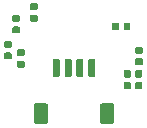
<source format=gtp>
G04 #@! TF.GenerationSoftware,KiCad,Pcbnew,(5.1.5-0-10_14)*
G04 #@! TF.CreationDate,2020-09-28T19:56:29+02:00*
G04 #@! TF.ProjectId,Encoder,456e636f-6465-4722-9e6b-696361645f70,1.1*
G04 #@! TF.SameCoordinates,Original*
G04 #@! TF.FileFunction,Paste,Top*
G04 #@! TF.FilePolarity,Positive*
%FSLAX46Y46*%
G04 Gerber Fmt 4.6, Leading zero omitted, Abs format (unit mm)*
G04 Created by KiCad (PCBNEW (5.1.5-0-10_14)) date 2020-09-28 19:56:29*
%MOMM*%
%LPD*%
G04 APERTURE LIST*
%ADD10C,0.100000*%
G04 APERTURE END LIST*
D10*
G36*
X121864958Y-95692710D02*
G01*
X121879276Y-95694834D01*
X121893317Y-95698351D01*
X121906946Y-95703228D01*
X121920031Y-95709417D01*
X121932447Y-95716858D01*
X121944073Y-95725481D01*
X121954798Y-95735202D01*
X121964519Y-95745927D01*
X121973142Y-95757553D01*
X121980583Y-95769969D01*
X121986772Y-95783054D01*
X121991649Y-95796683D01*
X121995166Y-95810724D01*
X121997290Y-95825042D01*
X121998000Y-95839500D01*
X121998000Y-96184500D01*
X121997290Y-96198958D01*
X121995166Y-96213276D01*
X121991649Y-96227317D01*
X121986772Y-96240946D01*
X121980583Y-96254031D01*
X121973142Y-96266447D01*
X121964519Y-96278073D01*
X121954798Y-96288798D01*
X121944073Y-96298519D01*
X121932447Y-96307142D01*
X121920031Y-96314583D01*
X121906946Y-96320772D01*
X121893317Y-96325649D01*
X121879276Y-96329166D01*
X121864958Y-96331290D01*
X121850500Y-96332000D01*
X121555500Y-96332000D01*
X121541042Y-96331290D01*
X121526724Y-96329166D01*
X121512683Y-96325649D01*
X121499054Y-96320772D01*
X121485969Y-96314583D01*
X121473553Y-96307142D01*
X121461927Y-96298519D01*
X121451202Y-96288798D01*
X121441481Y-96278073D01*
X121432858Y-96266447D01*
X121425417Y-96254031D01*
X121419228Y-96240946D01*
X121414351Y-96227317D01*
X121410834Y-96213276D01*
X121408710Y-96198958D01*
X121408000Y-96184500D01*
X121408000Y-95839500D01*
X121408710Y-95825042D01*
X121410834Y-95810724D01*
X121414351Y-95796683D01*
X121419228Y-95783054D01*
X121425417Y-95769969D01*
X121432858Y-95757553D01*
X121441481Y-95745927D01*
X121451202Y-95735202D01*
X121461927Y-95725481D01*
X121473553Y-95716858D01*
X121485969Y-95709417D01*
X121499054Y-95703228D01*
X121512683Y-95698351D01*
X121526724Y-95694834D01*
X121541042Y-95692710D01*
X121555500Y-95692000D01*
X121850500Y-95692000D01*
X121864958Y-95692710D01*
G37*
G36*
X122834958Y-95692710D02*
G01*
X122849276Y-95694834D01*
X122863317Y-95698351D01*
X122876946Y-95703228D01*
X122890031Y-95709417D01*
X122902447Y-95716858D01*
X122914073Y-95725481D01*
X122924798Y-95735202D01*
X122934519Y-95745927D01*
X122943142Y-95757553D01*
X122950583Y-95769969D01*
X122956772Y-95783054D01*
X122961649Y-95796683D01*
X122965166Y-95810724D01*
X122967290Y-95825042D01*
X122968000Y-95839500D01*
X122968000Y-96184500D01*
X122967290Y-96198958D01*
X122965166Y-96213276D01*
X122961649Y-96227317D01*
X122956772Y-96240946D01*
X122950583Y-96254031D01*
X122943142Y-96266447D01*
X122934519Y-96278073D01*
X122924798Y-96288798D01*
X122914073Y-96298519D01*
X122902447Y-96307142D01*
X122890031Y-96314583D01*
X122876946Y-96320772D01*
X122863317Y-96325649D01*
X122849276Y-96329166D01*
X122834958Y-96331290D01*
X122820500Y-96332000D01*
X122525500Y-96332000D01*
X122511042Y-96331290D01*
X122496724Y-96329166D01*
X122482683Y-96325649D01*
X122469054Y-96320772D01*
X122455969Y-96314583D01*
X122443553Y-96307142D01*
X122431927Y-96298519D01*
X122421202Y-96288798D01*
X122411481Y-96278073D01*
X122402858Y-96266447D01*
X122395417Y-96254031D01*
X122389228Y-96240946D01*
X122384351Y-96227317D01*
X122380834Y-96213276D01*
X122378710Y-96198958D01*
X122378000Y-96184500D01*
X122378000Y-95839500D01*
X122378710Y-95825042D01*
X122380834Y-95810724D01*
X122384351Y-95796683D01*
X122389228Y-95783054D01*
X122395417Y-95769969D01*
X122402858Y-95757553D01*
X122411481Y-95745927D01*
X122421202Y-95735202D01*
X122431927Y-95725481D01*
X122443553Y-95716858D01*
X122455969Y-95709417D01*
X122469054Y-95703228D01*
X122482683Y-95698351D01*
X122496724Y-95694834D01*
X122511042Y-95692710D01*
X122525500Y-95692000D01*
X122820500Y-95692000D01*
X122834958Y-95692710D01*
G37*
G36*
X122834958Y-96692710D02*
G01*
X122849276Y-96694834D01*
X122863317Y-96698351D01*
X122876946Y-96703228D01*
X122890031Y-96709417D01*
X122902447Y-96716858D01*
X122914073Y-96725481D01*
X122924798Y-96735202D01*
X122934519Y-96745927D01*
X122943142Y-96757553D01*
X122950583Y-96769969D01*
X122956772Y-96783054D01*
X122961649Y-96796683D01*
X122965166Y-96810724D01*
X122967290Y-96825042D01*
X122968000Y-96839500D01*
X122968000Y-97184500D01*
X122967290Y-97198958D01*
X122965166Y-97213276D01*
X122961649Y-97227317D01*
X122956772Y-97240946D01*
X122950583Y-97254031D01*
X122943142Y-97266447D01*
X122934519Y-97278073D01*
X122924798Y-97288798D01*
X122914073Y-97298519D01*
X122902447Y-97307142D01*
X122890031Y-97314583D01*
X122876946Y-97320772D01*
X122863317Y-97325649D01*
X122849276Y-97329166D01*
X122834958Y-97331290D01*
X122820500Y-97332000D01*
X122525500Y-97332000D01*
X122511042Y-97331290D01*
X122496724Y-97329166D01*
X122482683Y-97325649D01*
X122469054Y-97320772D01*
X122455969Y-97314583D01*
X122443553Y-97307142D01*
X122431927Y-97298519D01*
X122421202Y-97288798D01*
X122411481Y-97278073D01*
X122402858Y-97266447D01*
X122395417Y-97254031D01*
X122389228Y-97240946D01*
X122384351Y-97227317D01*
X122380834Y-97213276D01*
X122378710Y-97198958D01*
X122378000Y-97184500D01*
X122378000Y-96839500D01*
X122378710Y-96825042D01*
X122380834Y-96810724D01*
X122384351Y-96796683D01*
X122389228Y-96783054D01*
X122395417Y-96769969D01*
X122402858Y-96757553D01*
X122411481Y-96745927D01*
X122421202Y-96735202D01*
X122431927Y-96725481D01*
X122443553Y-96716858D01*
X122455969Y-96709417D01*
X122469054Y-96703228D01*
X122482683Y-96698351D01*
X122496724Y-96694834D01*
X122511042Y-96692710D01*
X122525500Y-96692000D01*
X122820500Y-96692000D01*
X122834958Y-96692710D01*
G37*
G36*
X121864958Y-96692710D02*
G01*
X121879276Y-96694834D01*
X121893317Y-96698351D01*
X121906946Y-96703228D01*
X121920031Y-96709417D01*
X121932447Y-96716858D01*
X121944073Y-96725481D01*
X121954798Y-96735202D01*
X121964519Y-96745927D01*
X121973142Y-96757553D01*
X121980583Y-96769969D01*
X121986772Y-96783054D01*
X121991649Y-96796683D01*
X121995166Y-96810724D01*
X121997290Y-96825042D01*
X121998000Y-96839500D01*
X121998000Y-97184500D01*
X121997290Y-97198958D01*
X121995166Y-97213276D01*
X121991649Y-97227317D01*
X121986772Y-97240946D01*
X121980583Y-97254031D01*
X121973142Y-97266447D01*
X121964519Y-97278073D01*
X121954798Y-97288798D01*
X121944073Y-97298519D01*
X121932447Y-97307142D01*
X121920031Y-97314583D01*
X121906946Y-97320772D01*
X121893317Y-97325649D01*
X121879276Y-97329166D01*
X121864958Y-97331290D01*
X121850500Y-97332000D01*
X121555500Y-97332000D01*
X121541042Y-97331290D01*
X121526724Y-97329166D01*
X121512683Y-97325649D01*
X121499054Y-97320772D01*
X121485969Y-97314583D01*
X121473553Y-97307142D01*
X121461927Y-97298519D01*
X121451202Y-97288798D01*
X121441481Y-97278073D01*
X121432858Y-97266447D01*
X121425417Y-97254031D01*
X121419228Y-97240946D01*
X121414351Y-97227317D01*
X121410834Y-97213276D01*
X121408710Y-97198958D01*
X121408000Y-97184500D01*
X121408000Y-96839500D01*
X121408710Y-96825042D01*
X121410834Y-96810724D01*
X121414351Y-96796683D01*
X121419228Y-96783054D01*
X121425417Y-96769969D01*
X121432858Y-96757553D01*
X121441481Y-96745927D01*
X121451202Y-96735202D01*
X121461927Y-96725481D01*
X121473553Y-96716858D01*
X121485969Y-96709417D01*
X121499054Y-96703228D01*
X121512683Y-96698351D01*
X121526724Y-96694834D01*
X121541042Y-96692710D01*
X121555500Y-96692000D01*
X121850500Y-96692000D01*
X121864958Y-96692710D01*
G37*
G36*
X120362505Y-98488204D02*
G01*
X120386773Y-98491804D01*
X120410572Y-98497765D01*
X120433671Y-98506030D01*
X120455850Y-98516520D01*
X120476893Y-98529132D01*
X120496599Y-98543747D01*
X120514777Y-98560223D01*
X120531253Y-98578401D01*
X120545868Y-98598107D01*
X120558480Y-98619150D01*
X120568970Y-98641329D01*
X120577235Y-98664428D01*
X120583196Y-98688227D01*
X120586796Y-98712495D01*
X120588000Y-98736999D01*
X120588000Y-100037001D01*
X120586796Y-100061505D01*
X120583196Y-100085773D01*
X120577235Y-100109572D01*
X120568970Y-100132671D01*
X120558480Y-100154850D01*
X120545868Y-100175893D01*
X120531253Y-100195599D01*
X120514777Y-100213777D01*
X120496599Y-100230253D01*
X120476893Y-100244868D01*
X120455850Y-100257480D01*
X120433671Y-100267970D01*
X120410572Y-100276235D01*
X120386773Y-100282196D01*
X120362505Y-100285796D01*
X120338001Y-100287000D01*
X119637999Y-100287000D01*
X119613495Y-100285796D01*
X119589227Y-100282196D01*
X119565428Y-100276235D01*
X119542329Y-100267970D01*
X119520150Y-100257480D01*
X119499107Y-100244868D01*
X119479401Y-100230253D01*
X119461223Y-100213777D01*
X119444747Y-100195599D01*
X119430132Y-100175893D01*
X119417520Y-100154850D01*
X119407030Y-100132671D01*
X119398765Y-100109572D01*
X119392804Y-100085773D01*
X119389204Y-100061505D01*
X119388000Y-100037001D01*
X119388000Y-98736999D01*
X119389204Y-98712495D01*
X119392804Y-98688227D01*
X119398765Y-98664428D01*
X119407030Y-98641329D01*
X119417520Y-98619150D01*
X119430132Y-98598107D01*
X119444747Y-98578401D01*
X119461223Y-98560223D01*
X119479401Y-98543747D01*
X119499107Y-98529132D01*
X119520150Y-98516520D01*
X119542329Y-98506030D01*
X119565428Y-98497765D01*
X119589227Y-98491804D01*
X119613495Y-98488204D01*
X119637999Y-98487000D01*
X120338001Y-98487000D01*
X120362505Y-98488204D01*
G37*
G36*
X114762505Y-98488204D02*
G01*
X114786773Y-98491804D01*
X114810572Y-98497765D01*
X114833671Y-98506030D01*
X114855850Y-98516520D01*
X114876893Y-98529132D01*
X114896599Y-98543747D01*
X114914777Y-98560223D01*
X114931253Y-98578401D01*
X114945868Y-98598107D01*
X114958480Y-98619150D01*
X114968970Y-98641329D01*
X114977235Y-98664428D01*
X114983196Y-98688227D01*
X114986796Y-98712495D01*
X114988000Y-98736999D01*
X114988000Y-100037001D01*
X114986796Y-100061505D01*
X114983196Y-100085773D01*
X114977235Y-100109572D01*
X114968970Y-100132671D01*
X114958480Y-100154850D01*
X114945868Y-100175893D01*
X114931253Y-100195599D01*
X114914777Y-100213777D01*
X114896599Y-100230253D01*
X114876893Y-100244868D01*
X114855850Y-100257480D01*
X114833671Y-100267970D01*
X114810572Y-100276235D01*
X114786773Y-100282196D01*
X114762505Y-100285796D01*
X114738001Y-100287000D01*
X114037999Y-100287000D01*
X114013495Y-100285796D01*
X113989227Y-100282196D01*
X113965428Y-100276235D01*
X113942329Y-100267970D01*
X113920150Y-100257480D01*
X113899107Y-100244868D01*
X113879401Y-100230253D01*
X113861223Y-100213777D01*
X113844747Y-100195599D01*
X113830132Y-100175893D01*
X113817520Y-100154850D01*
X113807030Y-100132671D01*
X113798765Y-100109572D01*
X113792804Y-100085773D01*
X113789204Y-100061505D01*
X113788000Y-100037001D01*
X113788000Y-98736999D01*
X113789204Y-98712495D01*
X113792804Y-98688227D01*
X113798765Y-98664428D01*
X113807030Y-98641329D01*
X113817520Y-98619150D01*
X113830132Y-98598107D01*
X113844747Y-98578401D01*
X113861223Y-98560223D01*
X113879401Y-98543747D01*
X113899107Y-98529132D01*
X113920150Y-98516520D01*
X113942329Y-98506030D01*
X113965428Y-98497765D01*
X113989227Y-98491804D01*
X114013495Y-98488204D01*
X114037999Y-98487000D01*
X114738001Y-98487000D01*
X114762505Y-98488204D01*
G37*
G36*
X118852703Y-94737722D02*
G01*
X118867264Y-94739882D01*
X118881543Y-94743459D01*
X118895403Y-94748418D01*
X118908710Y-94754712D01*
X118921336Y-94762280D01*
X118933159Y-94771048D01*
X118944066Y-94780934D01*
X118953952Y-94791841D01*
X118962720Y-94803664D01*
X118970288Y-94816290D01*
X118976582Y-94829597D01*
X118981541Y-94843457D01*
X118985118Y-94857736D01*
X118987278Y-94872297D01*
X118988000Y-94887000D01*
X118988000Y-96137000D01*
X118987278Y-96151703D01*
X118985118Y-96166264D01*
X118981541Y-96180543D01*
X118976582Y-96194403D01*
X118970288Y-96207710D01*
X118962720Y-96220336D01*
X118953952Y-96232159D01*
X118944066Y-96243066D01*
X118933159Y-96252952D01*
X118921336Y-96261720D01*
X118908710Y-96269288D01*
X118895403Y-96275582D01*
X118881543Y-96280541D01*
X118867264Y-96284118D01*
X118852703Y-96286278D01*
X118838000Y-96287000D01*
X118538000Y-96287000D01*
X118523297Y-96286278D01*
X118508736Y-96284118D01*
X118494457Y-96280541D01*
X118480597Y-96275582D01*
X118467290Y-96269288D01*
X118454664Y-96261720D01*
X118442841Y-96252952D01*
X118431934Y-96243066D01*
X118422048Y-96232159D01*
X118413280Y-96220336D01*
X118405712Y-96207710D01*
X118399418Y-96194403D01*
X118394459Y-96180543D01*
X118390882Y-96166264D01*
X118388722Y-96151703D01*
X118388000Y-96137000D01*
X118388000Y-94887000D01*
X118388722Y-94872297D01*
X118390882Y-94857736D01*
X118394459Y-94843457D01*
X118399418Y-94829597D01*
X118405712Y-94816290D01*
X118413280Y-94803664D01*
X118422048Y-94791841D01*
X118431934Y-94780934D01*
X118442841Y-94771048D01*
X118454664Y-94762280D01*
X118467290Y-94754712D01*
X118480597Y-94748418D01*
X118494457Y-94743459D01*
X118508736Y-94739882D01*
X118523297Y-94737722D01*
X118538000Y-94737000D01*
X118838000Y-94737000D01*
X118852703Y-94737722D01*
G37*
G36*
X117852703Y-94737722D02*
G01*
X117867264Y-94739882D01*
X117881543Y-94743459D01*
X117895403Y-94748418D01*
X117908710Y-94754712D01*
X117921336Y-94762280D01*
X117933159Y-94771048D01*
X117944066Y-94780934D01*
X117953952Y-94791841D01*
X117962720Y-94803664D01*
X117970288Y-94816290D01*
X117976582Y-94829597D01*
X117981541Y-94843457D01*
X117985118Y-94857736D01*
X117987278Y-94872297D01*
X117988000Y-94887000D01*
X117988000Y-96137000D01*
X117987278Y-96151703D01*
X117985118Y-96166264D01*
X117981541Y-96180543D01*
X117976582Y-96194403D01*
X117970288Y-96207710D01*
X117962720Y-96220336D01*
X117953952Y-96232159D01*
X117944066Y-96243066D01*
X117933159Y-96252952D01*
X117921336Y-96261720D01*
X117908710Y-96269288D01*
X117895403Y-96275582D01*
X117881543Y-96280541D01*
X117867264Y-96284118D01*
X117852703Y-96286278D01*
X117838000Y-96287000D01*
X117538000Y-96287000D01*
X117523297Y-96286278D01*
X117508736Y-96284118D01*
X117494457Y-96280541D01*
X117480597Y-96275582D01*
X117467290Y-96269288D01*
X117454664Y-96261720D01*
X117442841Y-96252952D01*
X117431934Y-96243066D01*
X117422048Y-96232159D01*
X117413280Y-96220336D01*
X117405712Y-96207710D01*
X117399418Y-96194403D01*
X117394459Y-96180543D01*
X117390882Y-96166264D01*
X117388722Y-96151703D01*
X117388000Y-96137000D01*
X117388000Y-94887000D01*
X117388722Y-94872297D01*
X117390882Y-94857736D01*
X117394459Y-94843457D01*
X117399418Y-94829597D01*
X117405712Y-94816290D01*
X117413280Y-94803664D01*
X117422048Y-94791841D01*
X117431934Y-94780934D01*
X117442841Y-94771048D01*
X117454664Y-94762280D01*
X117467290Y-94754712D01*
X117480597Y-94748418D01*
X117494457Y-94743459D01*
X117508736Y-94739882D01*
X117523297Y-94737722D01*
X117538000Y-94737000D01*
X117838000Y-94737000D01*
X117852703Y-94737722D01*
G37*
G36*
X116852703Y-94737722D02*
G01*
X116867264Y-94739882D01*
X116881543Y-94743459D01*
X116895403Y-94748418D01*
X116908710Y-94754712D01*
X116921336Y-94762280D01*
X116933159Y-94771048D01*
X116944066Y-94780934D01*
X116953952Y-94791841D01*
X116962720Y-94803664D01*
X116970288Y-94816290D01*
X116976582Y-94829597D01*
X116981541Y-94843457D01*
X116985118Y-94857736D01*
X116987278Y-94872297D01*
X116988000Y-94887000D01*
X116988000Y-96137000D01*
X116987278Y-96151703D01*
X116985118Y-96166264D01*
X116981541Y-96180543D01*
X116976582Y-96194403D01*
X116970288Y-96207710D01*
X116962720Y-96220336D01*
X116953952Y-96232159D01*
X116944066Y-96243066D01*
X116933159Y-96252952D01*
X116921336Y-96261720D01*
X116908710Y-96269288D01*
X116895403Y-96275582D01*
X116881543Y-96280541D01*
X116867264Y-96284118D01*
X116852703Y-96286278D01*
X116838000Y-96287000D01*
X116538000Y-96287000D01*
X116523297Y-96286278D01*
X116508736Y-96284118D01*
X116494457Y-96280541D01*
X116480597Y-96275582D01*
X116467290Y-96269288D01*
X116454664Y-96261720D01*
X116442841Y-96252952D01*
X116431934Y-96243066D01*
X116422048Y-96232159D01*
X116413280Y-96220336D01*
X116405712Y-96207710D01*
X116399418Y-96194403D01*
X116394459Y-96180543D01*
X116390882Y-96166264D01*
X116388722Y-96151703D01*
X116388000Y-96137000D01*
X116388000Y-94887000D01*
X116388722Y-94872297D01*
X116390882Y-94857736D01*
X116394459Y-94843457D01*
X116399418Y-94829597D01*
X116405712Y-94816290D01*
X116413280Y-94803664D01*
X116422048Y-94791841D01*
X116431934Y-94780934D01*
X116442841Y-94771048D01*
X116454664Y-94762280D01*
X116467290Y-94754712D01*
X116480597Y-94748418D01*
X116494457Y-94743459D01*
X116508736Y-94739882D01*
X116523297Y-94737722D01*
X116538000Y-94737000D01*
X116838000Y-94737000D01*
X116852703Y-94737722D01*
G37*
G36*
X115852703Y-94737722D02*
G01*
X115867264Y-94739882D01*
X115881543Y-94743459D01*
X115895403Y-94748418D01*
X115908710Y-94754712D01*
X115921336Y-94762280D01*
X115933159Y-94771048D01*
X115944066Y-94780934D01*
X115953952Y-94791841D01*
X115962720Y-94803664D01*
X115970288Y-94816290D01*
X115976582Y-94829597D01*
X115981541Y-94843457D01*
X115985118Y-94857736D01*
X115987278Y-94872297D01*
X115988000Y-94887000D01*
X115988000Y-96137000D01*
X115987278Y-96151703D01*
X115985118Y-96166264D01*
X115981541Y-96180543D01*
X115976582Y-96194403D01*
X115970288Y-96207710D01*
X115962720Y-96220336D01*
X115953952Y-96232159D01*
X115944066Y-96243066D01*
X115933159Y-96252952D01*
X115921336Y-96261720D01*
X115908710Y-96269288D01*
X115895403Y-96275582D01*
X115881543Y-96280541D01*
X115867264Y-96284118D01*
X115852703Y-96286278D01*
X115838000Y-96287000D01*
X115538000Y-96287000D01*
X115523297Y-96286278D01*
X115508736Y-96284118D01*
X115494457Y-96280541D01*
X115480597Y-96275582D01*
X115467290Y-96269288D01*
X115454664Y-96261720D01*
X115442841Y-96252952D01*
X115431934Y-96243066D01*
X115422048Y-96232159D01*
X115413280Y-96220336D01*
X115405712Y-96207710D01*
X115399418Y-96194403D01*
X115394459Y-96180543D01*
X115390882Y-96166264D01*
X115388722Y-96151703D01*
X115388000Y-96137000D01*
X115388000Y-94887000D01*
X115388722Y-94872297D01*
X115390882Y-94857736D01*
X115394459Y-94843457D01*
X115399418Y-94829597D01*
X115405712Y-94816290D01*
X115413280Y-94803664D01*
X115422048Y-94791841D01*
X115431934Y-94780934D01*
X115442841Y-94771048D01*
X115454664Y-94762280D01*
X115467290Y-94754712D01*
X115480597Y-94748418D01*
X115494457Y-94743459D01*
X115508736Y-94739882D01*
X115523297Y-94737722D01*
X115538000Y-94737000D01*
X115838000Y-94737000D01*
X115852703Y-94737722D01*
G37*
G36*
X111774958Y-94202710D02*
G01*
X111789276Y-94204834D01*
X111803317Y-94208351D01*
X111816946Y-94213228D01*
X111830031Y-94219417D01*
X111842447Y-94226858D01*
X111854073Y-94235481D01*
X111864798Y-94245202D01*
X111874519Y-94255927D01*
X111883142Y-94267553D01*
X111890583Y-94279969D01*
X111896772Y-94293054D01*
X111901649Y-94306683D01*
X111905166Y-94320724D01*
X111907290Y-94335042D01*
X111908000Y-94349500D01*
X111908000Y-94644500D01*
X111907290Y-94658958D01*
X111905166Y-94673276D01*
X111901649Y-94687317D01*
X111896772Y-94700946D01*
X111890583Y-94714031D01*
X111883142Y-94726447D01*
X111874519Y-94738073D01*
X111864798Y-94748798D01*
X111854073Y-94758519D01*
X111842447Y-94767142D01*
X111830031Y-94774583D01*
X111816946Y-94780772D01*
X111803317Y-94785649D01*
X111789276Y-94789166D01*
X111774958Y-94791290D01*
X111760500Y-94792000D01*
X111415500Y-94792000D01*
X111401042Y-94791290D01*
X111386724Y-94789166D01*
X111372683Y-94785649D01*
X111359054Y-94780772D01*
X111345969Y-94774583D01*
X111333553Y-94767142D01*
X111321927Y-94758519D01*
X111311202Y-94748798D01*
X111301481Y-94738073D01*
X111292858Y-94726447D01*
X111285417Y-94714031D01*
X111279228Y-94700946D01*
X111274351Y-94687317D01*
X111270834Y-94673276D01*
X111268710Y-94658958D01*
X111268000Y-94644500D01*
X111268000Y-94349500D01*
X111268710Y-94335042D01*
X111270834Y-94320724D01*
X111274351Y-94306683D01*
X111279228Y-94293054D01*
X111285417Y-94279969D01*
X111292858Y-94267553D01*
X111301481Y-94255927D01*
X111311202Y-94245202D01*
X111321927Y-94235481D01*
X111333553Y-94226858D01*
X111345969Y-94219417D01*
X111359054Y-94213228D01*
X111372683Y-94208351D01*
X111386724Y-94204834D01*
X111401042Y-94202710D01*
X111415500Y-94202000D01*
X111760500Y-94202000D01*
X111774958Y-94202710D01*
G37*
G36*
X111774958Y-93232710D02*
G01*
X111789276Y-93234834D01*
X111803317Y-93238351D01*
X111816946Y-93243228D01*
X111830031Y-93249417D01*
X111842447Y-93256858D01*
X111854073Y-93265481D01*
X111864798Y-93275202D01*
X111874519Y-93285927D01*
X111883142Y-93297553D01*
X111890583Y-93309969D01*
X111896772Y-93323054D01*
X111901649Y-93336683D01*
X111905166Y-93350724D01*
X111907290Y-93365042D01*
X111908000Y-93379500D01*
X111908000Y-93674500D01*
X111907290Y-93688958D01*
X111905166Y-93703276D01*
X111901649Y-93717317D01*
X111896772Y-93730946D01*
X111890583Y-93744031D01*
X111883142Y-93756447D01*
X111874519Y-93768073D01*
X111864798Y-93778798D01*
X111854073Y-93788519D01*
X111842447Y-93797142D01*
X111830031Y-93804583D01*
X111816946Y-93810772D01*
X111803317Y-93815649D01*
X111789276Y-93819166D01*
X111774958Y-93821290D01*
X111760500Y-93822000D01*
X111415500Y-93822000D01*
X111401042Y-93821290D01*
X111386724Y-93819166D01*
X111372683Y-93815649D01*
X111359054Y-93810772D01*
X111345969Y-93804583D01*
X111333553Y-93797142D01*
X111321927Y-93788519D01*
X111311202Y-93778798D01*
X111301481Y-93768073D01*
X111292858Y-93756447D01*
X111285417Y-93744031D01*
X111279228Y-93730946D01*
X111274351Y-93717317D01*
X111270834Y-93703276D01*
X111268710Y-93688958D01*
X111268000Y-93674500D01*
X111268000Y-93379500D01*
X111268710Y-93365042D01*
X111270834Y-93350724D01*
X111274351Y-93336683D01*
X111279228Y-93323054D01*
X111285417Y-93309969D01*
X111292858Y-93297553D01*
X111301481Y-93285927D01*
X111311202Y-93275202D01*
X111321927Y-93265481D01*
X111333553Y-93256858D01*
X111345969Y-93249417D01*
X111359054Y-93243228D01*
X111372683Y-93238351D01*
X111386724Y-93234834D01*
X111401042Y-93232710D01*
X111415500Y-93232000D01*
X111760500Y-93232000D01*
X111774958Y-93232710D01*
G37*
G36*
X112474958Y-91032710D02*
G01*
X112489276Y-91034834D01*
X112503317Y-91038351D01*
X112516946Y-91043228D01*
X112530031Y-91049417D01*
X112542447Y-91056858D01*
X112554073Y-91065481D01*
X112564798Y-91075202D01*
X112574519Y-91085927D01*
X112583142Y-91097553D01*
X112590583Y-91109969D01*
X112596772Y-91123054D01*
X112601649Y-91136683D01*
X112605166Y-91150724D01*
X112607290Y-91165042D01*
X112608000Y-91179500D01*
X112608000Y-91474500D01*
X112607290Y-91488958D01*
X112605166Y-91503276D01*
X112601649Y-91517317D01*
X112596772Y-91530946D01*
X112590583Y-91544031D01*
X112583142Y-91556447D01*
X112574519Y-91568073D01*
X112564798Y-91578798D01*
X112554073Y-91588519D01*
X112542447Y-91597142D01*
X112530031Y-91604583D01*
X112516946Y-91610772D01*
X112503317Y-91615649D01*
X112489276Y-91619166D01*
X112474958Y-91621290D01*
X112460500Y-91622000D01*
X112115500Y-91622000D01*
X112101042Y-91621290D01*
X112086724Y-91619166D01*
X112072683Y-91615649D01*
X112059054Y-91610772D01*
X112045969Y-91604583D01*
X112033553Y-91597142D01*
X112021927Y-91588519D01*
X112011202Y-91578798D01*
X112001481Y-91568073D01*
X111992858Y-91556447D01*
X111985417Y-91544031D01*
X111979228Y-91530946D01*
X111974351Y-91517317D01*
X111970834Y-91503276D01*
X111968710Y-91488958D01*
X111968000Y-91474500D01*
X111968000Y-91179500D01*
X111968710Y-91165042D01*
X111970834Y-91150724D01*
X111974351Y-91136683D01*
X111979228Y-91123054D01*
X111985417Y-91109969D01*
X111992858Y-91097553D01*
X112001481Y-91085927D01*
X112011202Y-91075202D01*
X112021927Y-91065481D01*
X112033553Y-91056858D01*
X112045969Y-91049417D01*
X112059054Y-91043228D01*
X112072683Y-91038351D01*
X112086724Y-91034834D01*
X112101042Y-91032710D01*
X112115500Y-91032000D01*
X112460500Y-91032000D01*
X112474958Y-91032710D01*
G37*
G36*
X112474958Y-92002710D02*
G01*
X112489276Y-92004834D01*
X112503317Y-92008351D01*
X112516946Y-92013228D01*
X112530031Y-92019417D01*
X112542447Y-92026858D01*
X112554073Y-92035481D01*
X112564798Y-92045202D01*
X112574519Y-92055927D01*
X112583142Y-92067553D01*
X112590583Y-92079969D01*
X112596772Y-92093054D01*
X112601649Y-92106683D01*
X112605166Y-92120724D01*
X112607290Y-92135042D01*
X112608000Y-92149500D01*
X112608000Y-92444500D01*
X112607290Y-92458958D01*
X112605166Y-92473276D01*
X112601649Y-92487317D01*
X112596772Y-92500946D01*
X112590583Y-92514031D01*
X112583142Y-92526447D01*
X112574519Y-92538073D01*
X112564798Y-92548798D01*
X112554073Y-92558519D01*
X112542447Y-92567142D01*
X112530031Y-92574583D01*
X112516946Y-92580772D01*
X112503317Y-92585649D01*
X112489276Y-92589166D01*
X112474958Y-92591290D01*
X112460500Y-92592000D01*
X112115500Y-92592000D01*
X112101042Y-92591290D01*
X112086724Y-92589166D01*
X112072683Y-92585649D01*
X112059054Y-92580772D01*
X112045969Y-92574583D01*
X112033553Y-92567142D01*
X112021927Y-92558519D01*
X112011202Y-92548798D01*
X112001481Y-92538073D01*
X111992858Y-92526447D01*
X111985417Y-92514031D01*
X111979228Y-92500946D01*
X111974351Y-92487317D01*
X111970834Y-92473276D01*
X111968710Y-92458958D01*
X111968000Y-92444500D01*
X111968000Y-92149500D01*
X111968710Y-92135042D01*
X111970834Y-92120724D01*
X111974351Y-92106683D01*
X111979228Y-92093054D01*
X111985417Y-92079969D01*
X111992858Y-92067553D01*
X112001481Y-92055927D01*
X112011202Y-92045202D01*
X112021927Y-92035481D01*
X112033553Y-92026858D01*
X112045969Y-92019417D01*
X112059054Y-92013228D01*
X112072683Y-92008351D01*
X112086724Y-92004834D01*
X112101042Y-92002710D01*
X112115500Y-92002000D01*
X112460500Y-92002000D01*
X112474958Y-92002710D01*
G37*
G36*
X112874958Y-94902710D02*
G01*
X112889276Y-94904834D01*
X112903317Y-94908351D01*
X112916946Y-94913228D01*
X112930031Y-94919417D01*
X112942447Y-94926858D01*
X112954073Y-94935481D01*
X112964798Y-94945202D01*
X112974519Y-94955927D01*
X112983142Y-94967553D01*
X112990583Y-94979969D01*
X112996772Y-94993054D01*
X113001649Y-95006683D01*
X113005166Y-95020724D01*
X113007290Y-95035042D01*
X113008000Y-95049500D01*
X113008000Y-95344500D01*
X113007290Y-95358958D01*
X113005166Y-95373276D01*
X113001649Y-95387317D01*
X112996772Y-95400946D01*
X112990583Y-95414031D01*
X112983142Y-95426447D01*
X112974519Y-95438073D01*
X112964798Y-95448798D01*
X112954073Y-95458519D01*
X112942447Y-95467142D01*
X112930031Y-95474583D01*
X112916946Y-95480772D01*
X112903317Y-95485649D01*
X112889276Y-95489166D01*
X112874958Y-95491290D01*
X112860500Y-95492000D01*
X112515500Y-95492000D01*
X112501042Y-95491290D01*
X112486724Y-95489166D01*
X112472683Y-95485649D01*
X112459054Y-95480772D01*
X112445969Y-95474583D01*
X112433553Y-95467142D01*
X112421927Y-95458519D01*
X112411202Y-95448798D01*
X112401481Y-95438073D01*
X112392858Y-95426447D01*
X112385417Y-95414031D01*
X112379228Y-95400946D01*
X112374351Y-95387317D01*
X112370834Y-95373276D01*
X112368710Y-95358958D01*
X112368000Y-95344500D01*
X112368000Y-95049500D01*
X112368710Y-95035042D01*
X112370834Y-95020724D01*
X112374351Y-95006683D01*
X112379228Y-94993054D01*
X112385417Y-94979969D01*
X112392858Y-94967553D01*
X112401481Y-94955927D01*
X112411202Y-94945202D01*
X112421927Y-94935481D01*
X112433553Y-94926858D01*
X112445969Y-94919417D01*
X112459054Y-94913228D01*
X112472683Y-94908351D01*
X112486724Y-94904834D01*
X112501042Y-94902710D01*
X112515500Y-94902000D01*
X112860500Y-94902000D01*
X112874958Y-94902710D01*
G37*
G36*
X112874958Y-93932710D02*
G01*
X112889276Y-93934834D01*
X112903317Y-93938351D01*
X112916946Y-93943228D01*
X112930031Y-93949417D01*
X112942447Y-93956858D01*
X112954073Y-93965481D01*
X112964798Y-93975202D01*
X112974519Y-93985927D01*
X112983142Y-93997553D01*
X112990583Y-94009969D01*
X112996772Y-94023054D01*
X113001649Y-94036683D01*
X113005166Y-94050724D01*
X113007290Y-94065042D01*
X113008000Y-94079500D01*
X113008000Y-94374500D01*
X113007290Y-94388958D01*
X113005166Y-94403276D01*
X113001649Y-94417317D01*
X112996772Y-94430946D01*
X112990583Y-94444031D01*
X112983142Y-94456447D01*
X112974519Y-94468073D01*
X112964798Y-94478798D01*
X112954073Y-94488519D01*
X112942447Y-94497142D01*
X112930031Y-94504583D01*
X112916946Y-94510772D01*
X112903317Y-94515649D01*
X112889276Y-94519166D01*
X112874958Y-94521290D01*
X112860500Y-94522000D01*
X112515500Y-94522000D01*
X112501042Y-94521290D01*
X112486724Y-94519166D01*
X112472683Y-94515649D01*
X112459054Y-94510772D01*
X112445969Y-94504583D01*
X112433553Y-94497142D01*
X112421927Y-94488519D01*
X112411202Y-94478798D01*
X112401481Y-94468073D01*
X112392858Y-94456447D01*
X112385417Y-94444031D01*
X112379228Y-94430946D01*
X112374351Y-94417317D01*
X112370834Y-94403276D01*
X112368710Y-94388958D01*
X112368000Y-94374500D01*
X112368000Y-94079500D01*
X112368710Y-94065042D01*
X112370834Y-94050724D01*
X112374351Y-94036683D01*
X112379228Y-94023054D01*
X112385417Y-94009969D01*
X112392858Y-93997553D01*
X112401481Y-93985927D01*
X112411202Y-93975202D01*
X112421927Y-93965481D01*
X112433553Y-93956858D01*
X112445969Y-93949417D01*
X112459054Y-93943228D01*
X112472683Y-93938351D01*
X112486724Y-93934834D01*
X112501042Y-93932710D01*
X112515500Y-93932000D01*
X112860500Y-93932000D01*
X112874958Y-93932710D01*
G37*
G36*
X113974958Y-91002710D02*
G01*
X113989276Y-91004834D01*
X114003317Y-91008351D01*
X114016946Y-91013228D01*
X114030031Y-91019417D01*
X114042447Y-91026858D01*
X114054073Y-91035481D01*
X114064798Y-91045202D01*
X114074519Y-91055927D01*
X114083142Y-91067553D01*
X114090583Y-91079969D01*
X114096772Y-91093054D01*
X114101649Y-91106683D01*
X114105166Y-91120724D01*
X114107290Y-91135042D01*
X114108000Y-91149500D01*
X114108000Y-91444500D01*
X114107290Y-91458958D01*
X114105166Y-91473276D01*
X114101649Y-91487317D01*
X114096772Y-91500946D01*
X114090583Y-91514031D01*
X114083142Y-91526447D01*
X114074519Y-91538073D01*
X114064798Y-91548798D01*
X114054073Y-91558519D01*
X114042447Y-91567142D01*
X114030031Y-91574583D01*
X114016946Y-91580772D01*
X114003317Y-91585649D01*
X113989276Y-91589166D01*
X113974958Y-91591290D01*
X113960500Y-91592000D01*
X113615500Y-91592000D01*
X113601042Y-91591290D01*
X113586724Y-91589166D01*
X113572683Y-91585649D01*
X113559054Y-91580772D01*
X113545969Y-91574583D01*
X113533553Y-91567142D01*
X113521927Y-91558519D01*
X113511202Y-91548798D01*
X113501481Y-91538073D01*
X113492858Y-91526447D01*
X113485417Y-91514031D01*
X113479228Y-91500946D01*
X113474351Y-91487317D01*
X113470834Y-91473276D01*
X113468710Y-91458958D01*
X113468000Y-91444500D01*
X113468000Y-91149500D01*
X113468710Y-91135042D01*
X113470834Y-91120724D01*
X113474351Y-91106683D01*
X113479228Y-91093054D01*
X113485417Y-91079969D01*
X113492858Y-91067553D01*
X113501481Y-91055927D01*
X113511202Y-91045202D01*
X113521927Y-91035481D01*
X113533553Y-91026858D01*
X113545969Y-91019417D01*
X113559054Y-91013228D01*
X113572683Y-91008351D01*
X113586724Y-91004834D01*
X113601042Y-91002710D01*
X113615500Y-91002000D01*
X113960500Y-91002000D01*
X113974958Y-91002710D01*
G37*
G36*
X113974958Y-90032710D02*
G01*
X113989276Y-90034834D01*
X114003317Y-90038351D01*
X114016946Y-90043228D01*
X114030031Y-90049417D01*
X114042447Y-90056858D01*
X114054073Y-90065481D01*
X114064798Y-90075202D01*
X114074519Y-90085927D01*
X114083142Y-90097553D01*
X114090583Y-90109969D01*
X114096772Y-90123054D01*
X114101649Y-90136683D01*
X114105166Y-90150724D01*
X114107290Y-90165042D01*
X114108000Y-90179500D01*
X114108000Y-90474500D01*
X114107290Y-90488958D01*
X114105166Y-90503276D01*
X114101649Y-90517317D01*
X114096772Y-90530946D01*
X114090583Y-90544031D01*
X114083142Y-90556447D01*
X114074519Y-90568073D01*
X114064798Y-90578798D01*
X114054073Y-90588519D01*
X114042447Y-90597142D01*
X114030031Y-90604583D01*
X114016946Y-90610772D01*
X114003317Y-90615649D01*
X113989276Y-90619166D01*
X113974958Y-90621290D01*
X113960500Y-90622000D01*
X113615500Y-90622000D01*
X113601042Y-90621290D01*
X113586724Y-90619166D01*
X113572683Y-90615649D01*
X113559054Y-90610772D01*
X113545969Y-90604583D01*
X113533553Y-90597142D01*
X113521927Y-90588519D01*
X113511202Y-90578798D01*
X113501481Y-90568073D01*
X113492858Y-90556447D01*
X113485417Y-90544031D01*
X113479228Y-90530946D01*
X113474351Y-90517317D01*
X113470834Y-90503276D01*
X113468710Y-90488958D01*
X113468000Y-90474500D01*
X113468000Y-90179500D01*
X113468710Y-90165042D01*
X113470834Y-90150724D01*
X113474351Y-90136683D01*
X113479228Y-90123054D01*
X113485417Y-90109969D01*
X113492858Y-90097553D01*
X113501481Y-90085927D01*
X113511202Y-90075202D01*
X113521927Y-90065481D01*
X113533553Y-90056858D01*
X113545969Y-90049417D01*
X113559054Y-90043228D01*
X113572683Y-90038351D01*
X113586724Y-90034834D01*
X113601042Y-90032710D01*
X113615500Y-90032000D01*
X113960500Y-90032000D01*
X113974958Y-90032710D01*
G37*
G36*
X121834958Y-91692710D02*
G01*
X121849276Y-91694834D01*
X121863317Y-91698351D01*
X121876946Y-91703228D01*
X121890031Y-91709417D01*
X121902447Y-91716858D01*
X121914073Y-91725481D01*
X121924798Y-91735202D01*
X121934519Y-91745927D01*
X121943142Y-91757553D01*
X121950583Y-91769969D01*
X121956772Y-91783054D01*
X121961649Y-91796683D01*
X121965166Y-91810724D01*
X121967290Y-91825042D01*
X121968000Y-91839500D01*
X121968000Y-92184500D01*
X121967290Y-92198958D01*
X121965166Y-92213276D01*
X121961649Y-92227317D01*
X121956772Y-92240946D01*
X121950583Y-92254031D01*
X121943142Y-92266447D01*
X121934519Y-92278073D01*
X121924798Y-92288798D01*
X121914073Y-92298519D01*
X121902447Y-92307142D01*
X121890031Y-92314583D01*
X121876946Y-92320772D01*
X121863317Y-92325649D01*
X121849276Y-92329166D01*
X121834958Y-92331290D01*
X121820500Y-92332000D01*
X121525500Y-92332000D01*
X121511042Y-92331290D01*
X121496724Y-92329166D01*
X121482683Y-92325649D01*
X121469054Y-92320772D01*
X121455969Y-92314583D01*
X121443553Y-92307142D01*
X121431927Y-92298519D01*
X121421202Y-92288798D01*
X121411481Y-92278073D01*
X121402858Y-92266447D01*
X121395417Y-92254031D01*
X121389228Y-92240946D01*
X121384351Y-92227317D01*
X121380834Y-92213276D01*
X121378710Y-92198958D01*
X121378000Y-92184500D01*
X121378000Y-91839500D01*
X121378710Y-91825042D01*
X121380834Y-91810724D01*
X121384351Y-91796683D01*
X121389228Y-91783054D01*
X121395417Y-91769969D01*
X121402858Y-91757553D01*
X121411481Y-91745927D01*
X121421202Y-91735202D01*
X121431927Y-91725481D01*
X121443553Y-91716858D01*
X121455969Y-91709417D01*
X121469054Y-91703228D01*
X121482683Y-91698351D01*
X121496724Y-91694834D01*
X121511042Y-91692710D01*
X121525500Y-91692000D01*
X121820500Y-91692000D01*
X121834958Y-91692710D01*
G37*
G36*
X120864958Y-91692710D02*
G01*
X120879276Y-91694834D01*
X120893317Y-91698351D01*
X120906946Y-91703228D01*
X120920031Y-91709417D01*
X120932447Y-91716858D01*
X120944073Y-91725481D01*
X120954798Y-91735202D01*
X120964519Y-91745927D01*
X120973142Y-91757553D01*
X120980583Y-91769969D01*
X120986772Y-91783054D01*
X120991649Y-91796683D01*
X120995166Y-91810724D01*
X120997290Y-91825042D01*
X120998000Y-91839500D01*
X120998000Y-92184500D01*
X120997290Y-92198958D01*
X120995166Y-92213276D01*
X120991649Y-92227317D01*
X120986772Y-92240946D01*
X120980583Y-92254031D01*
X120973142Y-92266447D01*
X120964519Y-92278073D01*
X120954798Y-92288798D01*
X120944073Y-92298519D01*
X120932447Y-92307142D01*
X120920031Y-92314583D01*
X120906946Y-92320772D01*
X120893317Y-92325649D01*
X120879276Y-92329166D01*
X120864958Y-92331290D01*
X120850500Y-92332000D01*
X120555500Y-92332000D01*
X120541042Y-92331290D01*
X120526724Y-92329166D01*
X120512683Y-92325649D01*
X120499054Y-92320772D01*
X120485969Y-92314583D01*
X120473553Y-92307142D01*
X120461927Y-92298519D01*
X120451202Y-92288798D01*
X120441481Y-92278073D01*
X120432858Y-92266447D01*
X120425417Y-92254031D01*
X120419228Y-92240946D01*
X120414351Y-92227317D01*
X120410834Y-92213276D01*
X120408710Y-92198958D01*
X120408000Y-92184500D01*
X120408000Y-91839500D01*
X120408710Y-91825042D01*
X120410834Y-91810724D01*
X120414351Y-91796683D01*
X120419228Y-91783054D01*
X120425417Y-91769969D01*
X120432858Y-91757553D01*
X120441481Y-91745927D01*
X120451202Y-91735202D01*
X120461927Y-91725481D01*
X120473553Y-91716858D01*
X120485969Y-91709417D01*
X120499054Y-91703228D01*
X120512683Y-91698351D01*
X120526724Y-91694834D01*
X120541042Y-91692710D01*
X120555500Y-91692000D01*
X120850500Y-91692000D01*
X120864958Y-91692710D01*
G37*
G36*
X122874958Y-94702710D02*
G01*
X122889276Y-94704834D01*
X122903317Y-94708351D01*
X122916946Y-94713228D01*
X122930031Y-94719417D01*
X122942447Y-94726858D01*
X122954073Y-94735481D01*
X122964798Y-94745202D01*
X122974519Y-94755927D01*
X122983142Y-94767553D01*
X122990583Y-94779969D01*
X122996772Y-94793054D01*
X123001649Y-94806683D01*
X123005166Y-94820724D01*
X123007290Y-94835042D01*
X123008000Y-94849500D01*
X123008000Y-95144500D01*
X123007290Y-95158958D01*
X123005166Y-95173276D01*
X123001649Y-95187317D01*
X122996772Y-95200946D01*
X122990583Y-95214031D01*
X122983142Y-95226447D01*
X122974519Y-95238073D01*
X122964798Y-95248798D01*
X122954073Y-95258519D01*
X122942447Y-95267142D01*
X122930031Y-95274583D01*
X122916946Y-95280772D01*
X122903317Y-95285649D01*
X122889276Y-95289166D01*
X122874958Y-95291290D01*
X122860500Y-95292000D01*
X122515500Y-95292000D01*
X122501042Y-95291290D01*
X122486724Y-95289166D01*
X122472683Y-95285649D01*
X122459054Y-95280772D01*
X122445969Y-95274583D01*
X122433553Y-95267142D01*
X122421927Y-95258519D01*
X122411202Y-95248798D01*
X122401481Y-95238073D01*
X122392858Y-95226447D01*
X122385417Y-95214031D01*
X122379228Y-95200946D01*
X122374351Y-95187317D01*
X122370834Y-95173276D01*
X122368710Y-95158958D01*
X122368000Y-95144500D01*
X122368000Y-94849500D01*
X122368710Y-94835042D01*
X122370834Y-94820724D01*
X122374351Y-94806683D01*
X122379228Y-94793054D01*
X122385417Y-94779969D01*
X122392858Y-94767553D01*
X122401481Y-94755927D01*
X122411202Y-94745202D01*
X122421927Y-94735481D01*
X122433553Y-94726858D01*
X122445969Y-94719417D01*
X122459054Y-94713228D01*
X122472683Y-94708351D01*
X122486724Y-94704834D01*
X122501042Y-94702710D01*
X122515500Y-94702000D01*
X122860500Y-94702000D01*
X122874958Y-94702710D01*
G37*
G36*
X122874958Y-93732710D02*
G01*
X122889276Y-93734834D01*
X122903317Y-93738351D01*
X122916946Y-93743228D01*
X122930031Y-93749417D01*
X122942447Y-93756858D01*
X122954073Y-93765481D01*
X122964798Y-93775202D01*
X122974519Y-93785927D01*
X122983142Y-93797553D01*
X122990583Y-93809969D01*
X122996772Y-93823054D01*
X123001649Y-93836683D01*
X123005166Y-93850724D01*
X123007290Y-93865042D01*
X123008000Y-93879500D01*
X123008000Y-94174500D01*
X123007290Y-94188958D01*
X123005166Y-94203276D01*
X123001649Y-94217317D01*
X122996772Y-94230946D01*
X122990583Y-94244031D01*
X122983142Y-94256447D01*
X122974519Y-94268073D01*
X122964798Y-94278798D01*
X122954073Y-94288519D01*
X122942447Y-94297142D01*
X122930031Y-94304583D01*
X122916946Y-94310772D01*
X122903317Y-94315649D01*
X122889276Y-94319166D01*
X122874958Y-94321290D01*
X122860500Y-94322000D01*
X122515500Y-94322000D01*
X122501042Y-94321290D01*
X122486724Y-94319166D01*
X122472683Y-94315649D01*
X122459054Y-94310772D01*
X122445969Y-94304583D01*
X122433553Y-94297142D01*
X122421927Y-94288519D01*
X122411202Y-94278798D01*
X122401481Y-94268073D01*
X122392858Y-94256447D01*
X122385417Y-94244031D01*
X122379228Y-94230946D01*
X122374351Y-94217317D01*
X122370834Y-94203276D01*
X122368710Y-94188958D01*
X122368000Y-94174500D01*
X122368000Y-93879500D01*
X122368710Y-93865042D01*
X122370834Y-93850724D01*
X122374351Y-93836683D01*
X122379228Y-93823054D01*
X122385417Y-93809969D01*
X122392858Y-93797553D01*
X122401481Y-93785927D01*
X122411202Y-93775202D01*
X122421927Y-93765481D01*
X122433553Y-93756858D01*
X122445969Y-93749417D01*
X122459054Y-93743228D01*
X122472683Y-93738351D01*
X122486724Y-93734834D01*
X122501042Y-93732710D01*
X122515500Y-93732000D01*
X122860500Y-93732000D01*
X122874958Y-93732710D01*
G37*
M02*

</source>
